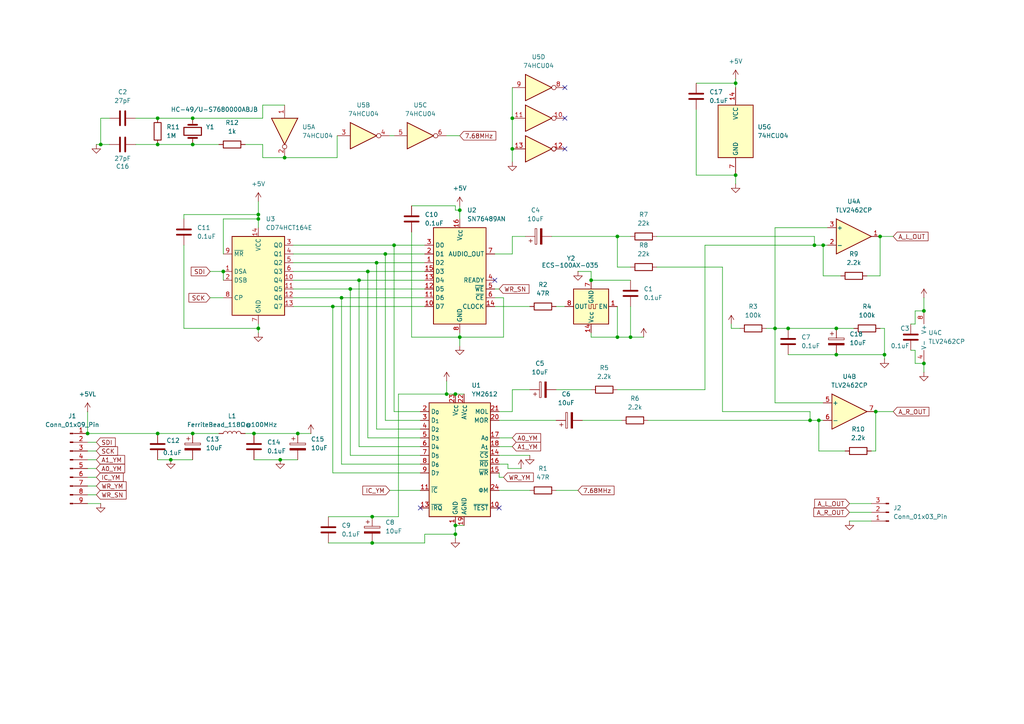
<source format=kicad_sch>
(kicad_sch (version 20250114) (generator "eeschema") (generator_version "9.0")
  (paper "A4")
  (lib_symbols
    (symbol "74xx:74HC04"
      (property "Reference" "U" (at 0 1.27 0))
      (property "Value" "74HC04" (at 0 -1.27 0))
      (symbol "74HC04_1_0"
        (polyline (pts (xy -3.81 3.81) (xy -3.81 -3.81) (xy 3.81 0) (xy -3.81 3.81)) (stroke (width 0.254)) (fill (type background)))
        (pin input line (at -7.62 0 0) (length 3.81) (name "~") (number "1"))
        (pin output inverted (at 7.62 0 180) (length 3.81) (name "~") (number "2"))
      )
      (symbol "74HC04_2_0"
        (polyline (pts (xy -3.81 3.81) (xy -3.81 -3.81) (xy 3.81 0) (xy -3.81 3.81)) (stroke (width 0.254)) (fill (type background)))
        (pin input line (at -7.62 0 0) (length 3.81) (name "~") (number "3"))
        (pin output inverted (at 7.62 0 180) (length 3.81) (name "~") (number "4"))
      )
      (symbol "74HC04_3_0"
        (polyline (pts (xy -3.81 3.81) (xy -3.81 -3.81) (xy 3.81 0) (xy -3.81 3.81)) (stroke (width 0.254)) (fill (type background)))
        (pin input line (at -7.62 0 0) (length 3.81) (name "~") (number "5"))
        (pin output inverted (at 7.62 0 180) (length 3.81) (name "~") (number "6"))
      )
      (symbol "74HC04_4_0"
        (polyline (pts (xy -3.81 3.81) (xy -3.81 -3.81) (xy 3.81 0) (xy -3.81 3.81)) (stroke (width 0.254)) (fill (type background)))
        (pin input line (at -7.62 0 0) (length 3.81) (name "~") (number "9"))
        (pin output inverted (at 7.62 0 180) (length 3.81) (name "~") (number "8"))
      )
      (symbol "74HC04_5_0"
        (polyline (pts (xy -3.81 3.81) (xy -3.81 -3.81) (xy 3.81 0) (xy -3.81 3.81)) (stroke (width 0.254)) (fill (type background)))
        (pin input line (at -7.62 0 0) (length 3.81) (name "~") (number "11"))
        (pin output inverted (at 7.62 0 180) (length 3.81) (name "~") (number "10"))
      )
      (symbol "74HC04_6_0"
        (polyline (pts (xy -3.81 3.81) (xy -3.81 -3.81) (xy 3.81 0) (xy -3.81 3.81)) (stroke (width 0.254)) (fill (type background)))
        (pin input line (at -7.62 0 0) (length 3.81) (name "~") (number "13"))
        (pin output inverted (at 7.62 0 180) (length 3.81) (name "~") (number "12"))
      )
      (symbol "74HC04_7_0"
        (pin power_in line (at 0 12.7 270) (length 5.08) (name "VCC") (number "14"))
        (pin power_in line (at 0 -12.7 90) (length 5.08) (name "GND") (number "7"))
      )
      (symbol "74HC04_7_1"
        (rectangle (start -5.08 7.62) (end 5.08 -7.62) (stroke (width 0.254)) (fill (type background)))
      )
    )
    (symbol "74xx:74HCT164"
      (property "Reference" "U" (at 1.905 -13.97 0))
      (property "Value" "74HCT164" (at 1.905 -16.51 0))
      (symbol "74HCT164_0_1"
        (rectangle (start 7.62 10.16) (end -7.62 -12.7) (stroke (width 0.254)) (fill (type background)))
      )
      (symbol "74HCT164_1_1"
        (pin input line (at -10.16 5.08 0) (length 2.54) (name "~{MR}") (number "9"))
        (pin input line (at -10.16 0 0) (length 2.54) (name "DSA") (number "1"))
        (pin input line (at -10.16 -2.54 0) (length 2.54) (name "DSB") (number "2"))
        (pin input line (at -10.16 -7.62 0) (length 2.54) (name "CP") (number "8"))
        (pin power_in line (at 0 12.7 270) (length 2.54) (name "VCC") (number "14"))
        (pin power_in line (at 0 -15.24 90) (length 2.54) (name "GND") (number "7"))
        (pin output line (at 10.16 7.62 180) (length 2.54) (name "Q0") (number "3"))
        (pin output line (at 10.16 5.08 180) (length 2.54) (name "Q1") (number "4"))
        (pin output line (at 10.16 2.54 180) (length 2.54) (name "Q2") (number "5"))
        (pin output line (at 10.16 0 180) (length 2.54) (name "Q3") (number "6"))
        (pin output line (at 10.16 -2.54 180) (length 2.54) (name "Q4") (number "10"))
        (pin output line (at 10.16 -5.08 180) (length 2.54) (name "Q5") (number "11"))
        (pin output line (at 10.16 -7.62 180) (length 2.54) (name "Q6") (number "12"))
        (pin output line (at 10.16 -10.16 180) (length 2.54) (name "Q7") (number "13"))
      )
    )
    (symbol "Amplifier_Operational:OPA2134" (pin_names (offset 0.127))
      (property "Reference" "U" (at 0 5.08 0))
      (property "Value" "OPA2134" (at 0 -5.08 0))
      (symbol "OPA2134_1_1"
        (polyline (pts (xy -5.08 5.08) (xy 5.08 0) (xy -5.08 -5.08) (xy -5.08 5.08)) (stroke (width 0.254)) (fill (type background)))
        (pin input line (at -7.62 2.54 0) (length 2.54) (name "+") (number "3"))
        (pin input line (at -7.62 -2.54 0) (length 2.54) (name "-") (number "2"))
        (pin output line (at 7.62 0 180) (length 2.54) (name "~") (number "1"))
      )
      (symbol "OPA2134_2_1"
        (polyline (pts (xy -5.08 5.08) (xy 5.08 0) (xy -5.08 -5.08) (xy -5.08 5.08)) (stroke (width 0.254)) (fill (type background)))
        (pin input line (at -7.62 2.54 0) (length 2.54) (name "+") (number "5"))
        (pin input line (at -7.62 -2.54 0) (length 2.54) (name "-") (number "6"))
        (pin output line (at 7.62 0 180) (length 2.54) (name "~") (number "7"))
      )
      (symbol "OPA2134_3_1"
        (pin power_in line (at -2.54 7.62 270) (length 3.81) (name "V+") (number "8"))
        (pin power_in line (at -2.54 -7.62 90) (length 3.81) (name "V-") (number "4"))
      )
    )
    (symbol "Audio:SN76489AN"
      (property "Reference" "U" (at -6.604 16.764 0))
      (property "Value" "SN76489AN" (at 7.112 16.764 0))
      (symbol "SN76489AN_0_0"
        (rectangle (start -7.62 15.24) (end 7.62 -12.7) (stroke (width 0.254)) (fill (type background)))
      )
      (symbol "SN76489AN_1_1"
        (pin input line (at -10.16 10.16 0) (length 2.54) (name "D0") (number "3"))
        (pin input line (at -10.16 7.62 0) (length 2.54) (name "D1") (number "2"))
        (pin input line (at -10.16 5.08 0) (length 2.54) (name "D2") (number "1"))
        (pin input line (at -10.16 2.54 0) (length 2.54) (name "D3") (number "15"))
        (pin input line (at -10.16 0 0) (length 2.54) (name "D4") (number "13"))
        (pin input line (at -10.16 -2.54 0) (length 2.54) (name "D5") (number "12"))
        (pin input line (at -10.16 -5.08 0) (length 2.54) (name "D6") (number "11"))
        (pin input line (at -10.16 -7.62 0) (length 2.54) (name "D7") (number "10"))
        (pin power_in line (at 0 17.78 270) (length 2.54) (name "V_{CC}") (number "16"))
        (pin power_in line (at 0 -15.24 90) (length 2.54) (name "GND") (number "8"))
        (pin output line (at 10.16 7.62 180) (length 2.54) (name "AUDIO_OUT") (number "7"))
        (pin no_connect line (at 10.16 5.08 180) (length 2.54) (hide yes) (name "NC") (number "9"))
        (pin open_collector line (at 10.16 0 180) (length 2.54) (name "READY") (number "4"))
        (pin input line (at 10.16 -2.54 180) (length 2.54) (name "~{WE}") (number "5"))
        (pin input line (at 10.16 -5.08 180) (length 2.54) (name "~{CE}") (number "6"))
        (pin input line (at 10.16 -7.62 180) (length 2.54) (name "CLOCK") (number "14"))
      )
    )
    (symbol "Audio:YM2612"
      (property "Reference" "U" (at -6.604 19.304 0))
      (property "Value" "YM2612" (at 8.382 19.304 0))
      (symbol "YM2612_0_0"
        (rectangle (start -7.62 17.78) (end 10.16 -15.24) (stroke (width 0.254)) (fill (type background)))
      )
      (symbol "YM2612_1_1"
        (pin bidirectional line (at -10.16 15.24 0) (length 2.54) (name "D_{0}") (number "2"))
        (pin bidirectional line (at -10.16 12.7 0) (length 2.54) (name "D_{1}") (number "3"))
        (pin bidirectional line (at -10.16 10.16 0) (length 2.54) (name "D_{2}") (number "4"))
        (pin bidirectional line (at -10.16 7.62 0) (length 2.54) (name "D_{3}") (number "5"))
        (pin bidirectional line (at -10.16 5.08 0) (length 2.54) (name "D_{4}") (number "6"))
        (pin bidirectional line (at -10.16 2.54 0) (length 2.54) (name "D_{5}") (number "7"))
        (pin bidirectional line (at -10.16 0 0) (length 2.54) (name "D_{6}") (number "8"))
        (pin bidirectional line (at -10.16 -2.54 0) (length 2.54) (name "D_{7}") (number "9"))
        (pin input line (at -10.16 -7.62 0) (length 2.54) (name "~{IC}") (number "11"))
        (pin open_collector line (at -10.16 -12.7 0) (length 2.54) (name "~{IRQ}") (number "13"))
        (pin power_in line (at 0 20.32 270) (length 2.54) (name "V_{CC}") (number "23"))
        (pin power_in line (at 0 -17.78 90) (length 2.54) (name "GND") (number "1"))
        (pin passive line (at 0 -17.78 90) (length 2.54) (hide yes) (name "GND") (number "12"))
        (pin power_in line (at 2.54 20.32 270) (length 2.54) (name "AV_{CC}") (number "22"))
        (pin power_in line (at 2.54 -17.78 90) (length 2.54) (name "AGND") (number "19"))
        (pin output line (at 12.7 15.24 180) (length 2.54) (name "MOL") (number "21"))
        (pin output line (at 12.7 12.7 180) (length 2.54) (name "MOR") (number "20"))
        (pin input line (at 12.7 7.62 180) (length 2.54) (name "A_{0}") (number "17"))
        (pin input line (at 12.7 5.08 180) (length 2.54) (name "A_{1}") (number "18"))
        (pin input line (at 12.7 2.54 180) (length 2.54) (name "~{CS}") (number "14"))
        (pin input line (at 12.7 0 180) (length 2.54) (name "~{RD}") (number "16"))
        (pin input line (at 12.7 -2.54 180) (length 2.54) (name "~{WR}") (number "15"))
        (pin input line (at 12.7 -7.62 180) (length 2.54) (name "ΦM") (number "24"))
        (pin bidirectional line (at 12.7 -12.7 180) (length 2.54) (name "~{TEST}") (number "10"))
      )
    )
    (symbol "Connector:Conn_01x03_Pin" (pin_names (offset 1.016) (hide yes))
      (property "Reference" "J" (at 0 5.08 0))
      (property "Value" "Conn_01x03_Pin" (at 0 -5.08 0))
      (symbol "Conn_01x03_Pin_1_1"
        (rectangle (start 0.8636 2.667) (end 0 2.413) (stroke (width 0.1524)) (fill (type outline)))
        (rectangle (start 0.8636 0.127) (end 0 -0.127) (stroke (width 0.1524)) (fill (type outline)))
        (rectangle (start 0.8636 -2.413) (end 0 -2.667) (stroke (width 0.1524)) (fill (type outline)))
        (polyline (pts (xy 1.27 2.54) (xy 0.8636 2.54)) (stroke (width 0.1524)))
        (polyline (pts (xy 1.27 0) (xy 0.8636 0)) (stroke (width 0.1524)))
        (polyline (pts (xy 1.27 -2.54) (xy 0.8636 -2.54)) (stroke (width 0.1524)))
        (pin passive line (at 5.08 2.54 180) (length 3.81) (name "Pin_1") (number "1"))
        (pin passive line (at 5.08 0 180) (length 3.81) (name "Pin_2") (number "2"))
        (pin passive line (at 5.08 -2.54 180) (length 3.81) (name "Pin_3") (number "3"))
      )
    )
    (symbol "Connector:Conn_01x09_Pin" (pin_names (offset 1.016) (hide yes))
      (property "Reference" "J" (at 0 12.7 0))
      (property "Value" "Conn_01x09_Pin" (at 0 -12.7 0))
      (symbol "Conn_01x09_Pin_1_1"
        (rectangle (start 0.8636 10.287) (end 0 10.033) (stroke (width 0.1524)) (fill (type outline)))
        (rectangle (start 0.8636 7.747) (end 0 7.493) (stroke (width 0.1524)) (fill (type outline)))
        (rectangle (start 0.8636 5.207) (end 0 4.953) (stroke (width 0.1524)) (fill (type outline)))
        (rectangle (start 0.8636 2.667) (end 0 2.413) (stroke (width 0.1524)) (fill (type outline)))
        (rectangle (start 0.8636 0.127) (end 0 -0.127) (stroke (width 0.1524)) (fill (type outline)))
        (rectangle (start 0.8636 -2.413) (end 0 -2.667) (stroke (width 0.1524)) (fill (type outline)))
        (rectangle (start 0.8636 -4.953) (end 0 -5.207) (stroke (width 0.1524)) (fill (type outline)))
        (rectangle (start 0.8636 -7.493) (end 0 -7.747) (stroke (width 0.1524)) (fill (type outline)))
        (rectangle (start 0.8636 -10.033) (end 0 -10.287) (stroke (width 0.1524)) (fill (type outline)))
        (polyline (pts (xy 1.27 10.16) (xy 0.8636 10.16)) (stroke (width 0.1524)))
        (polyline (pts (xy 1.27 7.62) (xy 0.8636 7.62)) (stroke (width 0.1524)))
        (polyline (pts (xy 1.27 5.08) (xy 0.8636 5.08)) (stroke (width 0.1524)))
        (polyline (pts (xy 1.27 2.54) (xy 0.8636 2.54)) (stroke (width 0.1524)))
        (polyline (pts (xy 1.27 0) (xy 0.8636 0)) (stroke (width 0.1524)))
        (polyline (pts (xy 1.27 -2.54) (xy 0.8636 -2.54)) (stroke (width 0.1524)))
        (polyline (pts (xy 1.27 -5.08) (xy 0.8636 -5.08)) (stroke (width 0.1524)))
        (polyline (pts (xy 1.27 -7.62) (xy 0.8636 -7.62)) (stroke (width 0.1524)))
        (polyline (pts (xy 1.27 -10.16) (xy 0.8636 -10.16)) (stroke (width 0.1524)))
        (pin passive line (at 5.08 10.16 180) (length 3.81) (name "Pin_1") (number "1"))
        (pin passive line (at 5.08 7.62 180) (length 3.81) (name "Pin_2") (number "2"))
        (pin passive line (at 5.08 5.08 180) (length 3.81) (name "Pin_3") (number "3"))
        (pin passive line (at 5.08 2.54 180) (length 3.81) (name "Pin_4") (number "4"))
        (pin passive line (at 5.08 0 180) (length 3.81) (name "Pin_5") (number "5"))
        (pin passive line (at 5.08 -2.54 180) (length 3.81) (name "Pin_6") (number "6"))
        (pin passive line (at 5.08 -5.08 180) (length 3.81) (name "Pin_7") (number "7"))
        (pin passive line (at 5.08 -7.62 180) (length 3.81) (name "Pin_8") (number "8"))
        (pin passive line (at 5.08 -10.16 180) (length 3.81) (name "Pin_9") (number "9"))
      )
    )
    (symbol "Device:C" (pin_numbers (hide yes)) (pin_names (offset 0.254))
      (property "Reference" "C" (at 0.635 2.54 0))
      (property "Value" "C" (at 0.635 -2.54 0))
      (symbol "C_0_1"
        (polyline (pts (xy -2.032 0.762) (xy 2.032 0.762)) (stroke (width 0.508)))
        (polyline (pts (xy -2.032 -0.762) (xy 2.032 -0.762)) (stroke (width 0.508)))
      )
      (symbol "C_1_1"
        (pin passive line (at 0 3.81 270) (length 2.794) (name "~") (number "1"))
        (pin passive line (at 0 -3.81 90) (length 2.794) (name "~") (number "2"))
      )
    )
    (symbol "Device:C_Polarized" (pin_numbers (hide yes)) (pin_names (offset 0.254))
      (property "Reference" "C" (at 0.635 2.54 0))
      (property "Value" "C_Polarized" (at 0.635 -2.54 0))
      (symbol "C_Polarized_0_1"
        (rectangle (start -2.286 0.508) (end 2.286 1.016))
        (polyline (pts (xy -1.778 2.286) (xy -0.762 2.286)))
        (polyline (pts (xy -1.27 2.794) (xy -1.27 1.778)))
        (rectangle (start 2.286 -0.508) (end -2.286 -1.016) (fill (type outline)))
      )
      (symbol "C_Polarized_1_1"
        (pin passive line (at 0 3.81 270) (length 2.794) (name "~") (number "1"))
        (pin passive line (at 0 -3.81 90) (length 2.794) (name "~") (number "2"))
      )
    )
    (symbol "Device:Crystal" (pin_numbers (hide yes)) (pin_names (offset 1.016) (hide yes))
      (property "Reference" "Y" (at 0 3.81 0))
      (property "Value" "Crystal" (at 0 -3.81 0))
      (symbol "Crystal_0_1"
        (polyline (pts (xy -2.54 0) (xy -1.905 0)))
        (polyline (pts (xy -1.905 -1.27) (xy -1.905 1.27)) (stroke (width 0.508)))
        (rectangle (start -1.143 2.54) (end 1.143 -2.54) (stroke (width 0.3048)))
        (polyline (pts (xy 1.905 -1.27) (xy 1.905 1.27)) (stroke (width 0.508)))
        (polyline (pts (xy 2.54 0) (xy 1.905 0)))
      )
      (symbol "Crystal_1_1"
        (pin passive line (at -3.81 0 0) (length 1.27) (name "1") (number "1"))
        (pin passive line (at 3.81 0 180) (length 1.27) (name "2") (number "2"))
      )
    )
    (symbol "Device:L" (pin_numbers (hide yes)) (pin_names (offset 1.016) (hide yes))
      (property "Reference" "L" (at -1.27 0 90))
      (property "Value" "L" (at 1.905 0 90))
      (symbol "L_0_1"
        (arc (start 0 2.54) (mid 0.6323 1.905) (end 0 1.27))
        (arc (start 0 1.27) (mid 0.6323 0.635) (end 0 0))
        (arc (start 0 0) (mid 0.6323 -0.635) (end 0 -1.27))
        (arc (start 0 -1.27) (mid 0.6323 -1.905) (end 0 -2.54))
      )
      (symbol "L_1_1"
        (pin passive line (at 0 3.81 270) (length 1.27) (name "1") (number "1"))
        (pin passive line (at 0 -3.81 90) (length 1.27) (name "2") (number "2"))
      )
    )
    (symbol "Device:R" (pin_numbers (hide yes)) (pin_names (offset 0))
      (property "Reference" "R" (at 2.032 0 90))
      (property "Value" "R" (at 0 0 90))
      (symbol "R_0_1"
        (rectangle (start -1.016 -2.54) (end 1.016 2.54) (stroke (width 0.254)))
      )
      (symbol "R_1_1"
        (pin passive line (at 0 3.81 270) (length 1.27) (name "~") (number "1"))
        (pin passive line (at 0 -3.81 90) (length 1.27) (name "~") (number "2"))
      )
    )
    (symbol "Oscillator:CXO_DIP14" (pin_names (offset 0.254))
      (property "Reference" "Y" (at -5.08 6.35 0))
      (property "Value" "CXO_DIP14" (at 1.27 -6.35 0))
      (symbol "CXO_DIP14_0_1"
        (rectangle (start -5.08 5.08) (end 5.08 -5.08) (stroke (width 0.254)) (fill (type background)))
        (polyline (pts (xy -1.905 -0.635) (xy -1.27 -0.635) (xy -1.27 0.635) (xy -0.635 0.635) (xy -0.635 -0.635) (xy 0 -0.635) (xy 0 0.635) (xy 0.635 0.635) (xy 0.635 -0.635)))
      )
      (symbol "CXO_DIP14_1_1"
        (pin input line (at -7.62 0 0) (length 2.54) (name "EN") (number "1"))
        (pin power_in line (at 0 7.62 270) (length 2.54) (name "Vcc") (number "14"))
        (pin power_in line (at 0 -7.62 90) (length 2.54) (name "GND") (number "7"))
        (pin output line (at 7.62 0 180) (length 2.54) (name "OUT") (number "8"))
      )
    )
    (symbol "power:+5V" (power) (pin_numbers (hide yes)) (pin_names (offset 0) (hide yes))
      (property "Value" "+5V" (at 0 3.556 0))
      (symbol "+5V_0_1"
        (polyline (pts (xy -0.762 1.27) (xy 0 2.54)))
        (polyline (pts (xy 0 2.54) (xy 0.762 1.27)))
        (polyline (pts (xy 0 0) (xy 0 2.54)))
      )
      (symbol "+5V_1_1"
        (pin power_in line (at 0 0 90) (length 0) (name "~") (number "1"))
      )
    )
    (symbol "power:+5VL" (power) (pin_numbers (hide yes)) (pin_names (offset 0) (hide yes))
      (property "Value" "+5VL" (at 0 3.556 0))
      (symbol "+5VL_0_1"
        (polyline (pts (xy -0.762 1.27) (xy 0 2.54)))
        (polyline (pts (xy 0 2.54) (xy 0.762 1.27)))
        (polyline (pts (xy 0 0) (xy 0 2.54)))
      )
      (symbol "+5VL_1_1"
        (pin power_in line (at 0 0 90) (length 0) (name "~") (number "1"))
      )
    )
    (symbol "power:GND" (power) (pin_numbers (hide yes)) (pin_names (offset 0) (hide yes))
      (property "Value" "GND" (at 0 -3.81 0))
      (symbol "GND_0_1"
        (polyline (pts (xy 0 0) (xy 0 -1.27) (xy 1.27 -1.27) (xy 0 -2.54) (xy -1.27 -1.27) (xy 0 -1.27)))
      )
      (symbol "GND_1_1"
        (pin power_in line (at 0 0 270) (length 0) (name "~") (number "1"))
      )
    )
  )
  (junction (at 213.36 50.8))
  (junction (at 234.95 121.92))
  (junction (at 74.93 62.23))
  (junction (at 182.88 97.79))
  (junction (at 25.4 125.73))
  (junction (at 171.45 81.28))
  (junction (at 45.72 41.91))
  (junction (at 213.36 24.13))
  (junction (at 242.57 95.25))
  (junction (at 86.36 125.73))
  (junction (at 45.72 125.73))
  (junction (at 107.95 149.86))
  (junction (at 254 119.38))
  (junction (at 45.72 34.29))
  (junction (at 74.93 95.25))
  (junction (at 55.88 125.73))
  (junction (at 224.79 95.25))
  (junction (at 73.66 125.73))
  (junction (at 101.6 83.82))
  (junction (at 96.52 88.9))
  (junction (at 255.27 68.58))
  (junction (at 148.59 43.18))
  (junction (at 267.97 105.41))
  (junction (at 55.88 41.91))
  (junction (at 148.59 34.29))
  (junction (at 82.55 45.72))
  (junction (at 109.22 76.2))
  (junction (at 237.49 121.92))
  (junction (at 29.21 41.91))
  (junction (at 133.35 97.79))
  (junction (at 99.06 86.36))
  (junction (at 179.07 97.79))
  (junction (at 55.88 34.29))
  (junction (at 179.07 68.58))
  (junction (at 64.77 78.74))
  (junction (at 81.28 133.35))
  (junction (at 107.95 157.48))
  (junction (at 114.3 71.12))
  (junction (at 49.53 133.35))
  (junction (at 236.22 71.12))
  (junction (at 132.08 152.4))
  (junction (at 74.93 63.5))
  (junction (at 133.35 60.96))
  (junction (at 111.76 73.66))
  (junction (at 238.76 71.12))
  (junction (at 132.08 154.94))
  (junction (at 129.54 114.3))
  (junction (at 256.54 102.87))
  (junction (at 267.97 90.17))
  (junction (at 242.57 102.87))
  (junction (at 132.08 114.3))
  (junction (at 228.6 95.25))
  (junction (at 106.68 78.74))
  (junction (at 104.14 81.28))
  (no_connect (at 163.83 25.4))
  (no_connect (at 144.78 147.32))
  (no_connect (at 163.83 43.18))
  (no_connect (at 121.92 147.32))
  (no_connect (at 143.51 81.28))
  (no_connect (at 163.83 34.29))
  (wire (pts (xy 121.92 134.62) (xy 99.06 134.62)))
  (wire (pts (xy 214.63 95.25) (xy 212.09 95.25)))
  (wire (pts (xy 147.32 135.89) (xy 147.32 134.62)))
  (wire (pts (xy 121.92 119.38) (xy 114.3 119.38)))
  (wire (pts (xy 237.49 121.92) (xy 238.76 121.92)))
  (wire (pts (xy 74.93 62.23) (xy 74.93 63.5)))
  (wire (pts (xy 99.06 86.36) (xy 123.19 86.36)))
  (wire (pts (xy 238.76 80.01) (xy 238.76 71.12)))
  (wire (pts (xy 252.73 130.81) (xy 254 130.81)))
  (wire (pts (xy 132.08 59.69) (xy 132.08 60.96)))
  (wire (pts (xy 45.72 133.35) (xy 49.53 133.35)))
  (wire (pts (xy 234.95 119.38) (xy 234.95 121.92)))
  (wire (pts (xy 96.52 88.9) (xy 96.52 137.16)))
  (wire (pts (xy 63.5 41.91) (xy 55.88 41.91)))
  (wire (pts (xy 99.06 86.36) (xy 99.06 134.62)))
  (wire (pts (xy 25.4 146.05) (xy 29.21 146.05)))
  (wire (pts (xy 144.78 121.92) (xy 161.29 121.92)))
  (wire (pts (xy 236.22 71.12) (xy 238.76 71.12)))
  (wire (pts (xy 251.46 80.01) (xy 255.27 80.01)))
  (wire (pts (xy 237.49 130.81) (xy 237.49 121.92)))
  (wire (pts (xy 101.6 83.82) (xy 123.19 83.82)))
  (wire (pts (xy 255.27 68.58) (xy 259.08 68.58)))
  (wire (pts (xy 101.6 132.08) (xy 101.6 83.82)))
  (wire (pts (xy 85.09 76.2) (xy 109.22 76.2)))
  (wire (pts (xy 238.76 71.12) (xy 240.03 71.12)))
  (wire (pts (xy 209.55 119.38) (xy 234.95 119.38)))
  (wire (pts (xy 25.4 119.38) (xy 25.4 125.73)))
  (wire (pts (xy 97.79 45.72) (xy 82.55 45.72)))
  (wire (pts (xy 107.95 157.48) (xy 123.19 157.48)))
  (wire (pts (xy 53.34 95.25) (xy 74.93 95.25)))
  (wire (pts (xy 64.77 63.5) (xy 74.93 63.5)))
  (wire (pts (xy 119.38 97.79) (xy 133.35 97.79)))
  (wire (pts (xy 49.53 133.35) (xy 55.88 133.35)))
  (wire (pts (xy 95.25 149.86) (xy 107.95 149.86)))
  (wire (pts (xy 256.54 95.25) (xy 256.54 102.87)))
  (wire (pts (xy 265.43 90.17) (xy 265.43 93.98)))
  (wire (pts (xy 179.07 68.58) (xy 179.07 77.47)))
  (wire (pts (xy 212.09 95.25) (xy 212.09 93.98)))
  (wire (pts (xy 236.22 68.58) (xy 236.22 71.12)))
  (wire (pts (xy 147.32 134.62) (xy 144.78 134.62)))
  (wire (pts (xy 119.38 59.69) (xy 132.08 59.69)))
  (wire (pts (xy 148.59 68.58) (xy 152.4 68.58)))
  (wire (pts (xy 204.47 113.03) (xy 204.47 71.12)))
  (wire (pts (xy 39.37 41.91) (xy 45.72 41.91)))
  (wire (pts (xy 182.88 77.47) (xy 179.07 77.47)))
  (wire (pts (xy 254 119.38) (xy 259.08 119.38)))
  (wire (pts (xy 76.2 34.29) (xy 55.88 34.29)))
  (wire (pts (xy 161.29 142.24) (xy 167.64 142.24)))
  (wire (pts (xy 179.07 68.58) (xy 182.88 68.58)))
  (wire (pts (xy 132.08 152.4) (xy 132.08 154.94)))
  (wire (pts (xy 267.97 105.41) (xy 267.97 107.95)))
  (wire (pts (xy 204.47 71.12) (xy 236.22 71.12)))
  (wire (pts (xy 255.27 80.01) (xy 255.27 68.58)))
  (wire (pts (xy 119.38 67.31) (xy 119.38 97.79)))
  (wire (pts (xy 85.09 86.36) (xy 99.06 86.36)))
  (wire (pts (xy 97.79 39.37) (xy 97.79 45.72)))
  (wire (pts (xy 133.35 96.52) (xy 133.35 97.79)))
  (wire (pts (xy 111.76 121.92) (xy 111.76 73.66)))
  (wire (pts (xy 146.05 86.36) (xy 146.05 97.79)))
  (wire (pts (xy 123.19 154.94) (xy 132.08 154.94)))
  (wire (pts (xy 129.54 114.3) (xy 129.54 110.49)))
  (wire (pts (xy 25.4 135.89) (xy 27.94 135.89)))
  (wire (pts (xy 39.37 34.29) (xy 45.72 34.29)))
  (wire (pts (xy 104.14 129.54) (xy 104.14 81.28)))
  (wire (pts (xy 213.36 22.86) (xy 213.36 24.13)))
  (wire (pts (xy 106.68 78.74) (xy 123.19 78.74)))
  (wire (pts (xy 264.16 101.6) (xy 265.43 101.6)))
  (wire (pts (xy 224.79 66.04) (xy 224.79 95.25)))
  (wire (pts (xy 121.92 121.92) (xy 111.76 121.92)))
  (wire (pts (xy 113.03 39.37) (xy 114.3 39.37)))
  (wire (pts (xy 228.6 95.25) (xy 242.57 95.25)))
  (wire (pts (xy 133.35 97.79) (xy 133.35 100.33)))
  (wire (pts (xy 222.25 95.25) (xy 224.79 95.25)))
  (wire (pts (xy 85.09 83.82) (xy 101.6 83.82)))
  (wire (pts (xy 224.79 95.25) (xy 228.6 95.25)))
  (wire (pts (xy 74.93 58.42) (xy 74.93 62.23)))
  (wire (pts (xy 143.51 73.66) (xy 148.59 73.66)))
  (wire (pts (xy 190.5 77.47) (xy 209.55 77.47)))
  (wire (pts (xy 171.45 78.74) (xy 171.45 81.28)))
  (wire (pts (xy 147.32 135.89) (xy 151.13 135.89)))
  (wire (pts (xy 133.35 60.96) (xy 133.35 63.5)))
  (wire (pts (xy 86.36 125.73) (xy 90.17 125.73)))
  (wire (pts (xy 168.91 121.92) (xy 180.34 121.92)))
  (wire (pts (xy 245.11 130.81) (xy 237.49 130.81)))
  (wire (pts (xy 201.93 50.8) (xy 213.36 50.8)))
  (wire (pts (xy 254 119.38) (xy 254 130.81)))
  (wire (pts (xy 60.96 86.36) (xy 64.77 86.36)))
  (wire (pts (xy 209.55 77.47) (xy 209.55 119.38)))
  (wire (pts (xy 111.76 73.66) (xy 123.19 73.66)))
  (wire (pts (xy 171.45 97.79) (xy 179.07 97.79)))
  (wire (pts (xy 85.09 71.12) (xy 114.3 71.12)))
  (wire (pts (xy 45.72 34.29) (xy 55.88 34.29)))
  (wire (pts (xy 121.92 127) (xy 106.68 127)))
  (wire (pts (xy 144.78 119.38) (xy 148.59 119.38)))
  (wire (pts (xy 85.09 73.66) (xy 111.76 73.66)))
  (wire (pts (xy 29.21 34.29) (xy 29.21 41.91)))
  (wire (pts (xy 25.4 125.73) (xy 45.72 125.73)))
  (wire (pts (xy 53.34 62.23) (xy 74.93 62.23)))
  (wire (pts (xy 107.95 149.86) (xy 115.57 149.86)))
  (wire (pts (xy 179.07 88.9) (xy 179.07 97.79)))
  (wire (pts (xy 74.93 95.25) (xy 74.93 96.52)))
  (wire (pts (xy 45.72 125.73) (xy 55.88 125.73)))
  (wire (pts (xy 53.34 71.12) (xy 53.34 95.25)))
  (wire (pts (xy 25.4 143.51) (xy 27.94 143.51)))
  (wire (pts (xy 55.88 125.73) (xy 63.5 125.73)))
  (wire (pts (xy 213.36 50.8) (xy 213.36 53.34)))
  (wire (pts (xy 132.08 60.96) (xy 133.35 60.96)))
  (wire (pts (xy 182.88 88.9) (xy 182.88 97.79)))
  (wire (pts (xy 234.95 121.92) (xy 237.49 121.92)))
  (wire (pts (xy 187.96 121.92) (xy 234.95 121.92)))
  (wire (pts (xy 179.07 97.79) (xy 182.88 97.79)))
  (wire (pts (xy 95.25 157.48) (xy 107.95 157.48)))
  (wire (pts (xy 115.57 149.86) (xy 115.57 114.3)))
  (wire (pts (xy 76.2 41.91) (xy 71.12 41.91)))
  (wire (pts (xy 132.08 114.3) (xy 134.62 114.3)))
  (wire (pts (xy 148.59 43.18) (xy 148.59 46.99)))
  (wire (pts (xy 144.78 127) (xy 148.59 127)))
  (wire (pts (xy 27.94 41.91) (xy 29.21 41.91)))
  (wire (pts (xy 265.43 90.17) (xy 267.97 90.17)))
  (wire (pts (xy 144.78 138.43) (xy 146.05 138.43)))
  (wire (pts (xy 160.02 68.58) (xy 179.07 68.58)))
  (wire (pts (xy 76.2 45.72) (xy 76.2 41.91)))
  (wire (pts (xy 82.55 45.72) (xy 76.2 45.72)))
  (wire (pts (xy 73.66 133.35) (xy 81.28 133.35)))
  (wire (pts (xy 161.29 113.03) (xy 171.45 113.03)))
  (wire (pts (xy 114.3 71.12) (xy 123.19 71.12)))
  (wire (pts (xy 76.2 30.48) (xy 82.55 30.48)))
  (wire (pts (xy 73.66 125.73) (xy 86.36 125.73)))
  (wire (pts (xy 265.43 93.98) (xy 264.16 93.98)))
  (wire (pts (xy 74.93 63.5) (xy 74.93 66.04)))
  (wire (pts (xy 148.59 25.4) (xy 148.59 34.29)))
  (wire (pts (xy 243.84 80.01) (xy 238.76 80.01)))
  (wire (pts (xy 148.59 34.29) (xy 148.59 43.18)))
  (wire (pts (xy 171.45 81.28) (xy 182.88 81.28)))
  (wire (pts (xy 25.4 140.97) (xy 27.94 140.97)))
  (wire (pts (xy 267.97 86.36) (xy 267.97 90.17)))
  (wire (pts (xy 76.2 30.48) (xy 76.2 34.29)))
  (wire (pts (xy 132.08 114.3) (xy 129.54 114.3)))
  (wire (pts (xy 148.59 119.38) (xy 148.59 113.03)))
  (wire (pts (xy 228.6 102.87) (xy 242.57 102.87)))
  (wire (pts (xy 148.59 73.66) (xy 148.59 68.58)))
  (wire (pts (xy 246.38 151.13) (xy 252.73 151.13)))
  (wire (pts (xy 121.92 137.16) (xy 96.52 137.16)))
  (wire (pts (xy 242.57 102.87) (xy 256.54 102.87)))
  (wire (pts (xy 121.92 129.54) (xy 104.14 129.54)))
  (wire (pts (xy 143.51 86.36) (xy 146.05 86.36)))
  (wire (pts (xy 148.59 113.03) (xy 153.67 113.03)))
  (wire (pts (xy 246.38 148.59) (xy 252.73 148.59)))
  (wire (pts (xy 74.93 93.98) (xy 74.93 95.25)))
  (wire (pts (xy 143.51 88.9) (xy 153.67 88.9)))
  (wire (pts (xy 240.03 66.04) (xy 224.79 66.04)))
  (wire (pts (xy 81.28 133.35) (xy 86.36 133.35)))
  (wire (pts (xy 64.77 73.66) (xy 64.77 63.5)))
  (wire (pts (xy 71.12 125.73) (xy 73.66 125.73)))
  (wire (pts (xy 182.88 97.79) (xy 186.69 97.79)))
  (wire (pts (xy 109.22 76.2) (xy 123.19 76.2)))
  (wire (pts (xy 143.51 83.82) (xy 144.78 83.82)))
  (wire (pts (xy 129.54 39.37) (xy 133.35 39.37)))
  (wire (pts (xy 242.57 95.25) (xy 247.65 95.25)))
  (wire (pts (xy 161.29 88.9) (xy 163.83 88.9)))
  (wire (pts (xy 25.4 138.43) (xy 27.94 138.43)))
  (wire (pts (xy 45.72 41.91) (xy 55.88 41.91)))
  (wire (pts (xy 238.76 116.84) (xy 224.79 116.84)))
  (wire (pts (xy 25.4 133.35) (xy 27.94 133.35)))
  (wire (pts (xy 224.79 116.84) (xy 224.79 95.25)))
  (wire (pts (xy 85.09 81.28) (xy 104.14 81.28)))
  (wire (pts (xy 201.93 31.75) (xy 201.93 50.8)))
  (wire (pts (xy 123.19 157.48) (xy 123.19 154.94)))
  (wire (pts (xy 31.75 34.29) (xy 29.21 34.29)))
  (wire (pts (xy 132.08 154.94) (xy 132.08 156.21)))
  (wire (pts (xy 53.34 62.23) (xy 53.34 63.5)))
  (wire (pts (xy 25.4 130.81) (xy 27.94 130.81)))
  (wire (pts (xy 29.21 41.91) (xy 31.75 41.91)))
  (wire (pts (xy 64.77 78.74) (xy 64.77 81.28)))
  (wire (pts (xy 171.45 96.52) (xy 171.45 97.79)))
  (wire (pts (xy 109.22 124.46) (xy 109.22 76.2)))
  (wire (pts (xy 121.92 132.08) (xy 101.6 132.08)))
  (wire (pts (xy 256.54 102.87) (xy 256.54 104.14)))
  (wire (pts (xy 104.14 81.28) (xy 123.19 81.28)))
  (wire (pts (xy 146.05 97.79) (xy 133.35 97.79)))
  (wire (pts (xy 265.43 105.41) (xy 267.97 105.41)))
  (wire (pts (xy 256.54 95.25) (xy 255.27 95.25)))
  (wire (pts (xy 144.78 129.54) (xy 148.59 129.54)))
  (wire (pts (xy 60.96 78.74) (xy 64.77 78.74)))
  (wire (pts (xy 114.3 119.38) (xy 114.3 71.12)))
  (wire (pts (xy 265.43 101.6) (xy 265.43 105.41)))
  (wire (pts (xy 96.52 88.9) (xy 123.19 88.9)))
  (wire (pts (xy 85.09 88.9) (xy 96.52 88.9)))
  (wire (pts (xy 106.68 127) (xy 106.68 78.74)))
  (wire (pts (xy 144.78 142.24) (xy 153.67 142.24)))
  (wire (pts (xy 115.57 114.3) (xy 129.54 114.3)))
  (wire (pts (xy 201.93 24.13) (xy 213.36 24.13)))
  (wire (pts (xy 144.78 132.08) (xy 153.67 132.08)))
  (wire (pts (xy 85.09 78.74) (xy 106.68 78.74)))
  (wire (pts (xy 25.4 128.27) (xy 27.94 128.27)))
  (wire (pts (xy 190.5 68.58) (xy 236.22 68.58)))
  (wire (pts (xy 213.36 24.13) (xy 213.36 25.4)))
  (wire (pts (xy 144.78 137.16) (xy 144.78 138.43)))
  (wire (pts (xy 113.03 142.24) (xy 121.92 142.24)))
  (wire (pts (xy 167.64 78.74) (xy 171.45 78.74)))
  (wire (pts (xy 246.38 146.05) (xy 252.73 146.05)))
  (wire (pts (xy 179.07 113.03) (xy 204.47 113.03)))
  (wire (pts (xy 133.35 59.69) (xy 133.35 60.96)))
  (wire (pts (xy 132.08 152.4) (xy 134.62 152.4)))
  (wire (pts (xy 121.92 124.46) (xy 109.22 124.46)))
  (global_label "A_L_OUT" (shape input) (at 246.38 146.05 180) (property "Intersheetrefs" "${INTERSHEET_REFS}" (effects (hide yes))))
  (global_label "SDI" (shape input) (at 27.94 128.27 0) (property "Intersheetrefs" "${INTERSHEET_REFS}" (effects (hide yes))))
  (global_label "WR_SN" (shape input) (at 27.94 143.51 0) (property "Intersheetrefs" "${INTERSHEET_REFS}" (effects (hide yes))))
  (global_label "A_R_OUT" (shape input) (at 246.38 148.59 180) (property "Intersheetrefs" "${INTERSHEET_REFS}" (effects (hide yes))))
  (global_label "SCK" (shape input) (at 60.96 86.36 180) (property "Intersheetrefs" "${INTERSHEET_REFS}" (effects (hide yes))))
  (global_label "7.68MHz" (shape input) (at 167.64 142.24 0) (property "Intersheetrefs" "${INTERSHEET_REFS}" (effects (hide yes))))
  (global_label "WR_YM" (shape input) (at 146.05 138.43 0) (property "Intersheetrefs" "${INTERSHEET_REFS}" (effects (hide yes))))
  (global_label "IC_YM" (shape input) (at 113.03 142.24 180) (property "Intersheetrefs" "${INTERSHEET_REFS}" (effects (hide yes))))
  (global_label "WR_SN" (shape input) (at 144.78 83.82 0) (property "Intersheetrefs" "${INTERSHEET_REFS}" (effects (hide yes))))
  (global_label "WR_YM" (shape input) (at 27.94 140.97 0) (property "Intersheetrefs" "${INTERSHEET_REFS}" (effects (hide yes))))
  (global_label "A1_YM" (shape input) (at 148.59 129.54 0) (property "Intersheetrefs" "${INTERSHEET_REFS}" (effects (hide yes))))
  (global_label "SCK" (shape input) (at 27.94 130.81 0) (property "Intersheetrefs" "${INTERSHEET_REFS}" (effects (hide yes))))
  (global_label "A0_YM" (shape input) (at 148.59 127 0) (property "Intersheetrefs" "${INTERSHEET_REFS}" (effects (hide yes))))
  (global_label "IC_YM" (shape input) (at 27.94 138.43 0) (property "Intersheetrefs" "${INTERSHEET_REFS}" (effects (hide yes))))
  (global_label "A_L_OUT" (shape input) (at 259.08 68.58 0) (property "Intersheetrefs" "${INTERSHEET_REFS}" (effects (hide yes))))
  (global_label "SDI" (shape input) (at 60.96 78.74 180) (property "Intersheetrefs" "${INTERSHEET_REFS}" (effects (hide yes))))
  (global_label "7.68MHz" (shape input) (at 133.35 39.37 0) (property "Intersheetrefs" "${INTERSHEET_REFS}" (effects (hide yes))))
  (global_label "A0_YM" (shape input) (at 27.94 135.89 0) (property "Intersheetrefs" "${INTERSHEET_REFS}" (effects (hide yes))))
  (global_label "A_R_OUT" (shape input) (at 259.08 119.38 0) (property "Intersheetrefs" "${INTERSHEET_REFS}" (effects (hide yes))))
  (global_label "A1_YM" (shape input) (at 27.94 133.35 0) (property "Intersheetrefs" "${INTERSHEET_REFS}" (effects (hide yes))))
  (symbol (lib_id "Device:C") (at 264.16 97.79 0) (unit 1)
    (property "Reference" "C3" (at 261.112 95.25 0) (effects (justify left)))
    (property "Value" "0.1uF" (at 258.318 100.33 0) (effects (justify left)))
    (property "Footprint" "Capacitor_THT:C_Disc_D3.0mm_W1.6mm_P2.50mm" (effects (hide yes)))
    (property "Description" "Unpolarized capacitor" (effects (hide yes)))
  )
  (symbol (lib_id "power:+5V") (at 267.97 86.36 0) (unit 1)
    (property "Reference" "#PWR05" (effects (hide yes)))
    (property "Value" "+5V" (effects (hide yes)))
    (property "Description" "Power symbol creates a global label with name \"+5V\"" (effects (hide yes)))
  )
  (symbol (lib_id "power:+5VL") (at 25.4 119.38 0) (unit 1)
    (property "Reference" "#PWR024" (effects (hide yes)))
    (property "Value" "+5VL" (at 25.4 114.3 0))
    (property "Description" "Power symbol creates a global label with name \"+5VL\"" (effects (hide yes)))
  )
  (symbol (lib_id "Device:R") (at 157.48 88.9 90) (unit 1)
    (property "Reference" "R2" (at 157.48 82.55 90))
    (property "Value" "47R" (at 157.48 85.09 90))
    (property "Footprint" "Resistor_THT:R_Axial_DIN0207_L6.3mm_D2.5mm_P7.62mm_Horizontal" (effects (hide yes)))
    (property "Description" "Resistor" (effects (hide yes)))
  )
  (symbol (lib_id "Device:R") (at 247.65 80.01 90) (unit 1)
    (property "Reference" "R9" (at 247.65 73.66 90))
    (property "Value" "2.2k" (at 247.65 76.2 90))
    (property "Footprint" "Resistor_THT:R_Axial_DIN0207_L6.3mm_D2.5mm_P7.62mm_Horizontal" (effects (hide yes)))
    (property "Description" "Resistor" (effects (hide yes)))
  )
  (symbol (lib_id "power:+5V") (at 186.69 97.79 0) (unit 1)
    (property "Reference" "#PWR04" (effects (hide yes)))
    (property "Value" "+5V" (effects (hide yes)))
    (property "Description" "Power symbol creates a global label with name \"+5V\"" (effects (hide yes)))
  )
  (symbol (lib_id "Device:R") (at 157.48 142.24 90) (unit 1)
    (property "Reference" "R1" (at 157.48 135.89 90))
    (property "Value" "47R" (at 157.48 138.43 90))
    (property "Footprint" "Resistor_THT:R_Axial_DIN0207_L6.3mm_D2.5mm_P7.62mm_Horizontal" (effects (hide yes)))
    (property "Description" "Resistor" (effects (hide yes)))
  )
  (symbol (lib_id "Device:R") (at 251.46 95.25 90) (unit 1)
    (property "Reference" "R4" (at 251.46 88.9 90))
    (property "Value" "100k" (at 251.46 91.44 90))
    (property "Footprint" "Resistor_THT:R_Axial_DIN0207_L6.3mm_D2.5mm_P7.62mm_Horizontal" (effects (hide yes)))
    (property "Description" "Resistor" (effects (hide yes)))
  )
  (symbol (lib_id "74xx:74HC04") (at 213.36 38.1 0) (unit 7)
    (property "Reference" "U5" (at 219.71 36.8299 0) (effects (justify left)))
    (property "Value" "74HCU04" (at 219.71 39.3699 0) (effects (justify left)))
    (property "Footprint" "Package_DIP:DIP-14_W7.62mm" (effects (hide yes)))
    (property "Description" "Hex Inverter" (effects (hide yes)))
  )
  (symbol (lib_id "power:GND") (at 153.67 132.08 0) (unit 1)
    (property "Reference" "#PWR010" (effects (hide yes)))
    (property "Value" "GND" (effects (hide yes)))
    (property "Description" "Power symbol creates a global label with name \"GND\" , ground" (effects (hide yes)))
  )
  (symbol (lib_id "Device:R") (at 186.69 77.47 90) (unit 1)
    (property "Reference" "R8" (at 186.69 71.12 90))
    (property "Value" "22k" (at 186.69 73.66 90))
    (property "Footprint" "Resistor_THT:R_Axial_DIN0207_L6.3mm_D2.5mm_P7.62mm_Horizontal" (effects (hide yes)))
    (property "Description" "Resistor" (effects (hide yes)))
  )
  (symbol (lib_id "Device:C_Polarized") (at 107.95 153.67 0) (unit 1)
    (property "Reference" "C8" (at 111.76 151.5109 0) (effects (justify left)))
    (property "Value" "10uF" (at 111.76 154.0509 0) (effects (justify left)))
    (property "Footprint" "Capacitor_THT:CP_Radial_D5.0mm_P2.00mm" (effects (hide yes)))
    (property "Description" "Polarized capacitor" (effects (hide yes)))
  )
  (symbol (lib_id "power:GND") (at 74.93 96.52 0) (unit 1)
    (property "Reference" "#PWR015" (effects (hide yes)))
    (property "Value" "GND" (effects (hide yes)))
    (property "Description" "Power symbol creates a global label with name \"GND\" , ground" (effects (hide yes)))
  )
  (symbol (lib_id "Connector:Conn_01x09_Pin") (at 20.32 135.89 0) (unit 1)
    (property "Reference" "J1" (at 20.955 120.65 0))
    (property "Value" "Conn_01x09_Pin" (at 20.955 123.19 0))
    (property "Footprint" "Connector_PinHeader_2.54mm:PinHeader_1x09_P2.54mm_Vertical" (effects (hide yes)))
    (property "Description" "Generic connector, single row, 01x09, script generated" (effects (hide yes)))
  )
  (symbol (lib_id "power:GND") (at 81.28 133.35 0) (unit 1)
    (property "Reference" "#PWR018" (effects (hide yes)))
    (property "Value" "GND" (effects (hide yes)))
    (property "Description" "Power symbol creates a global label with name \"GND\" , ground" (effects (hide yes)))
  )
  (symbol (lib_id "power:GND") (at 27.94 41.91 0) (unit 1)
    (property "Reference" "#PWR01" (effects (hide yes)))
    (property "Value" "GND" (effects (hide yes)))
    (property "Description" "Power symbol creates a global label with name \"GND\" , ground" (effects (hide yes)))
  )
  (symbol (lib_id "Device:C") (at 73.66 129.54 0) (unit 1)
    (property "Reference" "C14" (at 77.47 128.2699 0) (effects (justify left)))
    (property "Value" "0.1uF" (at 77.47 130.8099 0) (effects (justify left)))
    (property "Footprint" "Capacitor_THT:C_Disc_D3.0mm_W1.6mm_P2.50mm" (effects (hide yes)))
    (property "Description" "Unpolarized capacitor" (effects (hide yes)))
  )
  (symbol (lib_id "power:+5V") (at 74.93 58.42 0) (unit 1)
    (property "Reference" "#PWR02" (effects (hide yes)))
    (property "Value" "+5V" (at 74.93 53.34 0))
    (property "Description" "Power symbol creates a global label with name \"+5V\"" (effects (hide yes)))
  )
  (symbol (lib_id "power:GND") (at 49.53 133.35 0) (unit 1)
    (property "Reference" "#PWR017" (effects (hide yes)))
    (property "Value" "GND" (effects (hide yes)))
    (property "Description" "Power symbol creates a global label with name \"GND\" , ground" (effects (hide yes)))
  )
  (symbol (lib_id "power:GND") (at 132.08 156.21 0) (unit 1)
    (property "Reference" "#PWR09" (effects (hide yes)))
    (property "Value" "GND" (effects (hide yes)))
    (property "Description" "Power symbol creates a global label with name \"GND\" , ground" (effects (hide yes)))
  )
  (symbol (lib_id "power:GND") (at 133.35 100.33 0) (unit 1)
    (property "Reference" "#PWR016" (effects (hide yes)))
    (property "Value" "GND" (effects (hide yes)))
    (property "Description" "Power symbol creates a global label with name \"GND\" , ground" (effects (hide yes)))
  )
  (symbol (lib_id "Device:R") (at 175.26 113.03 90) (unit 1)
    (property "Reference" "R5" (at 175.26 106.68 90))
    (property "Value" "2.2k" (at 175.26 109.22 90))
    (property "Footprint" "Resistor_THT:R_Axial_DIN0207_L6.3mm_D2.5mm_P7.62mm_Horizontal" (effects (hide yes)))
    (property "Description" "Resistor" (effects (hide yes)))
  )
  (symbol (lib_id "Device:C_Polarized") (at 55.88 129.54 0) (unit 1)
    (property "Reference" "C13" (at 59.69 127.3809 0) (effects (justify left)))
    (property "Value" "10uF" (at 59.69 129.9209 0) (effects (justify left)))
    (property "Footprint" "Capacitor_THT:CP_Radial_D5.0mm_P2.00mm" (effects (hide yes)))
    (property "Description" "Polarized capacitor" (effects (hide yes)))
  )
  (symbol (lib_id "Device:C") (at 95.25 153.67 0) (unit 1)
    (property "Reference" "C9" (at 99.06 152.3999 0) (effects (justify left)))
    (property "Value" "0.1uF" (at 99.06 154.9399 0) (effects (justify left)))
    (property "Footprint" "Capacitor_THT:C_Disc_D3.0mm_W1.6mm_P2.50mm" (effects (hide yes)))
    (property "Description" "Unpolarized capacitor" (effects (hide yes)))
  )
  (symbol (lib_id "Device:C") (at 182.88 85.09 0) (unit 1)
    (property "Reference" "C1" (at 186.69 83.8199 0) (effects (justify left)))
    (property "Value" "0.1uF" (at 186.69 86.3599 0) (effects (justify left)))
    (property "Footprint" "Capacitor_THT:C_Disc_D3.0mm_W1.6mm_P2.50mm" (effects (hide yes)))
    (property "Description" "Unpolarized capacitor" (effects (hide yes)))
  )
  (symbol (lib_id "Device:C_Polarized") (at 242.57 99.06 0) (unit 1)
    (property "Reference" "C18" (at 246.38 96.9009 0) (effects (justify left)))
    (property "Value" "10uF" (at 246.38 99.4409 0) (effects (justify left)))
    (property "Footprint" "Capacitor_THT:CP_Radial_D5.0mm_P2.00mm" (effects (hide yes)))
    (property "Description" "Polarized capacitor" (effects (hide yes)))
  )
  (symbol (lib_id "Audio:SN76489AN") (at 133.35 81.28 0) (unit 1)
    (property "Reference" "U2" (at 135.4933 60.96 0) (effects (justify left)))
    (property "Value" "SN76489AN" (at 135.4933 63.5 0) (effects (justify left)))
    (property "Footprint" "Package_DIP:DIP-16_W7.62mm" (effects (hide yes)))
    (property "Datasheet" "https://www.vgmpf.com/Wiki/images/7/78/SN76489AN_-_Manual.pdf" (effects (hide yes)))
    (property "Description" "Digital Complex Sound Generator, 3 square wave channels, 1 noise channel, up to 4MHz clock input, DIP-16" (effects (hide yes)))
  )
  (symbol (lib_id "Device:R") (at 67.31 41.91 90) (unit 1)
    (property "Reference" "R12" (at 67.31 35.56 90))
    (property "Value" "1k" (at 67.31 38.1 90))
    (property "Footprint" "Resistor_THT:R_Axial_DIN0207_L6.3mm_D2.5mm_P7.62mm_Horizontal" (effects (hide yes)))
    (property "Description" "Resistor" (effects (hide yes)))
  )
  (symbol (lib_id "power:+5V") (at 129.54 110.49 0) (unit 1)
    (property "Reference" "#PWR011" (effects (hide yes)))
    (property "Value" "+5V" (effects (hide yes)))
    (property "Description" "Power symbol creates a global label with name \"+5V\"" (effects (hide yes)))
  )
  (symbol (lib_id "power:+5V") (at 212.09 93.98 0) (unit 1)
    (property "Reference" "#PWR013" (effects (hide yes)))
    (property "Value" "+5V" (effects (hide yes)))
    (property "Description" "Power symbol creates a global label with name \"+5V\"" (effects (hide yes)))
  )
  (symbol (lib_id "74xx:74HC04") (at 156.21 34.29 0) (unit 5)
    (property "Reference" "U5" (effects (hide yes)))
    (property "Value" "74HCU04" (effects (hide yes)))
    (property "Footprint" "Package_DIP:DIP-14_W7.62mm" (effects (hide yes)))
    (property "Description" "Hex Inverter" (effects (hide yes)))
  )
  (symbol (lib_id "power:GND") (at 267.97 107.95 0) (unit 1)
    (property "Reference" "#PWR08" (effects (hide yes)))
    (property "Value" "GND" (effects (hide yes)))
    (property "Description" "Power symbol creates a global label with name \"GND\" , ground" (effects (hide yes)))
  )
  (symbol (lib_id "Device:C") (at 228.6 99.06 0) (unit 1)
    (property "Reference" "C7" (at 232.41 97.7899 0) (effects (justify left)))
    (property "Value" "0.1uF" (at 232.41 100.3299 0) (effects (justify left)))
    (property "Footprint" "Capacitor_THT:C_Disc_D3.0mm_W1.6mm_P2.50mm" (effects (hide yes)))
    (property "Description" "Unpolarized capacitor" (effects (hide yes)))
  )
  (symbol (lib_id "Device:C") (at 35.56 34.29 90) (unit 1)
    (property "Reference" "C2" (at 35.56 26.67 90))
    (property "Value" "27pF" (at 35.56 29.21 90))
    (property "Footprint" "Capacitor_THT:C_Disc_D3.0mm_W1.6mm_P2.50mm" (effects (hide yes)))
    (property "Description" "Unpolarized capacitor" (effects (hide yes)))
  )
  (symbol (lib_id "Device:C") (at 45.72 129.54 0) (unit 1)
    (property "Reference" "C12" (at 48.26 127.762 0) (effects (justify left)))
    (property "Value" "0.1uF" (at 47.244 131.318 0) (effects (justify left)))
    (property "Footprint" "Capacitor_THT:C_Disc_D3.0mm_W1.6mm_P2.50mm" (effects (hide yes)))
    (property "Description" "Unpolarized capacitor" (effects (hide yes)))
  )
  (symbol (lib_id "Device:Crystal") (at 55.88 38.1 90) (unit 1)
    (property "Reference" "Y1" (at 59.69 36.8299 90) (effects (justify right)))
    (property "Value" "HC-49/U-S7680000ABJB" (at 49.53 31.75 90) (effects (justify right)))
    (property "Footprint" "Crystal:Crystal_HC49-U_Vertical" (effects (hide yes)))
    (property "Datasheet" "https://www.digikey.com/en/products/detail/citizen-finedevice-co-ltd/HC-49-U-S7680000ABJB/284204" (effects (hide yes)))
    (property "Description" "Two pin crystal" (effects (hide yes)))
    (property "MPN" "HC-49/U-S7680000ABJB" (effects (hide yes)))
  )
  (symbol (lib_id "power:GND") (at 148.59 46.99 0) (unit 1)
    (property "Reference" "#PWR022" (effects (hide yes)))
    (property "Value" "GND" (effects (hide yes)))
    (property "Description" "Power symbol creates a global label with name \"GND\" , ground" (effects (hide yes)))
  )
  (symbol (lib_id "Amplifier_Operational:OPA2134") (at 246.38 119.38 0) (unit 2)
    (property "Reference" "U4" (at 246.38 109.22 0))
    (property "Value" "TLV2462CP" (at 246.38 111.76 0))
    (property "Footprint" "Package_DIP:DIP-8_W7.62mm" (effects (hide yes)))
    (property "Datasheet" "http://www.ti.com/lit/ds/symlink/opa134.pdf" (effects (hide yes)))
    (property "Description" "Dual SoundPlus High Performance Audio Operational Amplifiers, DIP-8/SOIC-8" (effects (hide yes)))
  )
  (symbol (lib_id "Device:C") (at 53.34 67.31 0) (unit 1)
    (property "Reference" "C11" (at 57.15 66.0399 0) (effects (justify left)))
    (property "Value" "0.1uF" (at 57.15 68.5799 0) (effects (justify left)))
    (property "Footprint" "Capacitor_THT:C_Disc_D3.0mm_W1.6mm_P2.50mm" (effects (hide yes)))
    (property "Description" "Unpolarized capacitor" (effects (hide yes)))
  )
  (symbol (lib_id "power:GND") (at 213.36 53.34 0) (unit 1)
    (property "Reference" "#PWR021" (effects (hide yes)))
    (property "Value" "GND" (effects (hide yes)))
    (property "Description" "Power symbol creates a global label with name \"GND\" , ground" (effects (hide yes)))
  )
  (symbol (lib_id "Device:C") (at 35.56 41.91 90) (unit 1)
    (property "Reference" "C16" (at 35.56 48.26 90))
    (property "Value" "27pF" (at 35.56 45.974 90))
    (property "Footprint" "Capacitor_THT:C_Disc_D3.0mm_W1.6mm_P2.50mm" (effects (hide yes)))
    (property "Description" "Unpolarized capacitor" (effects (hide yes)))
  )
  (symbol (lib_id "Device:R") (at 186.69 68.58 90) (unit 1)
    (property "Reference" "R7" (at 186.69 62.23 90))
    (property "Value" "22k" (at 186.69 64.77 90))
    (property "Footprint" "Resistor_THT:R_Axial_DIN0207_L6.3mm_D2.5mm_P7.62mm_Horizontal" (effects (hide yes)))
    (property "Description" "Resistor" (effects (hide yes)))
  )
  (symbol (lib_id "74xx:74HC04") (at 105.41 39.37 0) (unit 2)
    (property "Reference" "U5" (at 105.41 30.48 0))
    (property "Value" "74HCU04" (at 105.41 33.02 0))
    (property "Footprint" "Package_DIP:DIP-14_W7.62mm" (effects (hide yes)))
    (property "Description" "Hex Inverter" (effects (hide yes)))
  )
  (symbol (lib_id "Device:C_Polarized") (at 157.48 113.03 90) (unit 1)
    (property "Reference" "C5" (at 156.591 105.41 90))
    (property "Value" "10uF" (at 156.591 107.95 90))
    (property "Footprint" "Capacitor_THT:CP_Radial_D5.0mm_P2.00mm" (effects (hide yes)))
    (property "Description" "Polarized capacitor" (effects (hide yes)))
  )
  (symbol (lib_id "power:+5V") (at 90.17 125.73 0) (unit 1)
    (property "Reference" "#PWR019" (effects (hide yes)))
    (property "Value" "+5V" (effects (hide yes)))
    (property "Description" "Power symbol creates a global label with name \"+5V\"" (effects (hide yes)))
  )
  (symbol (lib_id "Device:C_Polarized") (at 156.21 68.58 90) (unit 1)
    (property "Reference" "C4" (at 155.321 60.96 90))
    (property "Value" "10uF" (at 155.321 63.5 90))
    (property "Footprint" "Capacitor_THT:CP_Radial_D5.0mm_P2.00mm" (effects (hide yes)))
    (property "Description" "Polarized capacitor" (effects (hide yes)))
  )
  (symbol (lib_id "74xx:74HC04") (at 121.92 39.37 0) (unit 3)
    (property "Reference" "U5" (at 121.92 30.48 0))
    (property "Value" "74HCU04" (at 121.92 33.02 0))
    (property "Footprint" "Package_DIP:DIP-14_W7.62mm" (effects (hide yes)))
    (property "Description" "Hex Inverter" (effects (hide yes)))
  )
  (symbol (lib_id "74xx:74HCT164") (at 74.93 78.74 0) (unit 1)
    (property "Reference" "U3" (at 77.0733 63.5 0) (effects (justify left)))
    (property "Value" "CD74HCT164E" (at 77.0733 66.04 0) (effects (justify left)))
    (property "Footprint" "Package_DIP:DIP-14_W7.62mm" (effects (hide yes)))
    (property "Datasheet" "https://assets.nexperia.com/documents/data-sheet/74HC_HCT164.pdf" (effects (hide yes)))
    (property "Description" "8-bit serial-in parallel-out shift register" (effects (hide yes)))
  )
  (symbol (lib_id "Connector:Conn_01x03_Pin") (at 257.81 148.59 180) (unit 1)
    (property "Reference" "J2" (at 259.08 147.3199 0) (effects (justify right)))
    (property "Value" "Conn_01x03_Pin" (at 259.08 149.8599 0) (effects (justify right)))
    (property "Footprint" "Connector_PinHeader_2.54mm:PinHeader_1x03_P2.54mm_Vertical" (effects (hide yes)))
    (property "Description" "Generic connector, single row, 01x03, script generated" (effects (hide yes)))
  )
  (symbol (lib_id "power:+5V") (at 213.36 22.86 0) (unit 1)
    (property "Reference" "#PWR07" (effects (hide yes)))
    (property "Value" "+5V" (at 213.36 17.78 0))
    (property "Description" "Power symbol creates a global label with name \"+5V\"" (effects (hide yes)))
  )
  (symbol (lib_id "Device:C") (at 119.38 63.5 0) (unit 1)
    (property "Reference" "C10" (at 123.19 62.2299 0) (effects (justify left)))
    (property "Value" "0.1uF" (at 123.19 64.7699 0) (effects (justify left)))
    (property "Footprint" "Capacitor_THT:C_Disc_D3.0mm_W1.6mm_P2.50mm" (effects (hide yes)))
    (property "Description" "Unpolarized capacitor" (effects (hide yes)))
  )
  (symbol (lib_id "power:GND") (at 256.54 104.14 0) (unit 1)
    (property "Reference" "#PWR014" (effects (hide yes)))
    (property "Value" "GND" (effects (hide yes)))
    (property "Description" "Power symbol creates a global label with name \"GND\" , ground" (effects (hide yes)))
  )
  (symbol (lib_id "Device:C_Polarized") (at 86.36 129.54 0) (unit 1)
    (property "Reference" "C15" (at 90.17 127.3809 0) (effects (justify left)))
    (property "Value" "10uF" (at 90.17 129.9209 0) (effects (justify left)))
    (property "Footprint" "Capacitor_THT:CP_Radial_D5.0mm_P2.00mm" (effects (hide yes)))
    (property "Description" "Polarized capacitor" (effects (hide yes)))
  )
  (symbol (lib_id "Amplifier_Operational:OPA2134") (at 270.51 97.79 0) (unit 3)
    (property "Reference" "U4" (at 269.24 96.5199 0) (effects (justify left)))
    (property "Value" "TLV2462CP" (at 269.24 99.0599 0) (effects (justify left)))
    (property "Footprint" "Package_DIP:DIP-8_W7.62mm" (effects (hide yes)))
    (property "Datasheet" "http://www.ti.com/lit/ds/symlink/opa134.pdf" (effects (hide yes)))
    (property "Description" "Dual SoundPlus High Performance Audio Operational Amplifiers, DIP-8/SOIC-8" (effects (hide yes)))
  )
  (symbol (lib_id "74xx:74HC04") (at 82.55 38.1 270) (unit 1)
    (property "Reference" "U5" (at 87.63 36.8299 90) (effects (justify left)))
    (property "Value" "74HCU04" (at 87.63 39.3699 90) (effects (justify left)))
    (property "Footprint" "Package_DIP:DIP-14_W7.62mm" (effects (hide yes)))
    (property "Description" "Hex Inverter" (effects (hide yes)))
  )
  (symbol (lib_id "Device:R") (at 184.15 121.92 90) (unit 1)
    (property "Reference" "R6" (at 184.15 115.57 90))
    (property "Value" "2.2k" (at 184.15 118.11 90))
    (property "Footprint" "Resistor_THT:R_Axial_DIN0207_L6.3mm_D2.5mm_P7.62mm_Horizontal" (effects (hide yes)))
    (property "Description" "Resistor" (effects (hide yes)))
  )
  (symbol (lib_id "Device:L") (at 67.31 125.73 90) (unit 1)
    (property "Reference" "L1" (at 67.31 120.65 90))
    (property "Value" "FerriteBead_118Ω@100MHz" (at 67.31 123.19 90))
    (property "Footprint" "Resistor_THT:R_Axial_DIN0207_L6.3mm_D2.5mm_P7.62mm_Horizontal" (effects (hide yes)))
    (property "Description" "Inductor" (effects (hide yes)))
    (property "MPN" "2743003112" (effects (hide yes)))
  )
  (symbol (lib_id "power:+5V") (at 151.13 135.89 0) (unit 1)
    (property "Reference" "#PWR012" (effects (hide yes)))
    (property "Value" "+5V" (effects (hide yes)))
    (property "Description" "Power symbol creates a global label with name \"+5V\"" (effects (hide yes)))
  )
  (symbol (lib_id "74xx:74HC04") (at 156.21 25.4 0) (unit 4)
    (property "Reference" "U5" (at 156.21 16.51 0))
    (property "Value" "74HCU04" (at 156.21 19.05 0))
    (property "Footprint" "Package_DIP:DIP-14_W7.62mm" (effects (hide yes)))
    (property "Description" "Hex Inverter" (effects (hide yes)))
  )
  (symbol (lib_id "Device:C_Polarized") (at 165.1 121.92 90) (unit 1)
    (property "Reference" "C6" (at 164.211 114.3 90))
    (property "Value" "10uF" (at 164.211 116.84 90))
    (property "Footprint" "Capacitor_THT:CP_Radial_D5.0mm_P2.00mm" (effects (hide yes)))
    (property "Description" "Polarized capacitor" (effects (hide yes)))
  )
  (symbol (lib_id "Device:R") (at 248.92 130.81 90) (unit 1)
    (property "Reference" "R10" (at 248.92 124.46 90))
    (property "Value" "2.2k" (at 248.92 127 90))
    (property "Footprint" "Resistor_THT:R_Axial_DIN0207_L6.3mm_D2.5mm_P7.62mm_Horizontal" (effects (hide yes)))
    (property "Description" "Resistor" (effects (hide yes)))
  )
  (symbol (lib_id "Oscillator:CXO_DIP14") (at 171.45 88.9 180) (unit 1)
    (property "Reference" "Y2" (at 165.608 74.93 0))
    (property "Value" "ECS-100AX-035" (at 165.354 76.962 0))
    (property "Footprint" "Oscillator:Oscillator_DIP-14" (effects (hide yes)))
    (property "Description" "Crystal Clock Oscillator, DIP14-style metal package" (effects (hide yes)))
  )
  (symbol (lib_id "power:GND") (at 246.38 151.13 0) (unit 1)
    (property "Reference" "#PWR023" (effects (hide yes)))
    (property "Value" "GND" (effects (hide yes)))
    (property "Description" "Power symbol creates a global label with name \"GND\" , ground" (effects (hide yes)))
  )
  (symbol (lib_id "Device:R") (at 45.72 38.1 180) (unit 1)
    (property "Reference" "R11" (at 48.26 36.8299 0) (effects (justify right)))
    (property "Value" "1M" (at 48.26 39.3699 0) (effects (justify right)))
    (property "Footprint" "Resistor_THT:R_Axial_DIN0207_L6.3mm_D2.5mm_P7.62mm_Horizontal" (effects (hide yes)))
    (property "Description" "Resistor" (effects (hide yes)))
  )
  (symbol (lib_id "Audio:YM2612") (at 132.08 134.62 0) (unit 1)
    (property "Reference" "U1" (at 136.7633 111.76 0) (effects (justify left)))
    (property "Value" "YM2612" (at 136.7633 114.3 0) (effects (justify left)))
    (property "Footprint" "Package_DIP:DIP-24_W15.24mm" (effects (hide yes)))
    (property "Datasheet" "https://ddraig68k.com/assets/files/datasheets/YM2612.pdf" (effects (hide yes)))
    (property "Description" "Yamaha 6-channel, 4-OP, FM sound generator (with built-in 9-bit DAC), sine-wave LFO, 8-bit PCM channel (DAC mode), DIP-24 (600 mil)" (effects (hide yes)))
  )
  (symbol (lib_id "power:GND") (at 167.64 78.74 0) (unit 1)
    (property "Reference" "#PWR06" (effects (hide yes)))
    (property "Value" "GND" (effects (hide yes)))
    (property "Description" "Power symbol creates a global label with name \"GND\" , ground" (effects (hide yes)))
  )
  (symbol (lib_id "74xx:74HC04") (at 156.21 43.18 0) (unit 6)
    (property "Reference" "U5" (effects (hide yes)))
    (property "Value" "74HCU04" (effects (hide yes)))
    (property "Footprint" "Package_DIP:DIP-14_W7.62mm" (effects (hide yes)))
    (property "Description" "Hex Inverter" (effects (hide yes)))
  )
  (symbol (lib_id "Device:R") (at 218.44 95.25 90) (unit 1)
    (property "Reference" "R3" (at 218.44 88.9 90))
    (property "Value" "100k" (at 218.44 91.44 90))
    (property "Footprint" "Resistor_THT:R_Axial_DIN0207_L6.3mm_D2.5mm_P7.62mm_Horizontal" (effects (hide yes)))
    (property "Description" "Resistor" (effects (hide yes)))
  )
  (symbol (lib_id "power:+5V") (at 133.35 59.69 0) (unit 1)
    (property "Reference" "#PWR03" (effects (hide yes)))
    (property "Value" "+5V" (at 133.35 54.61 0))
    (property "Description" "Power symbol creates a global label with name \"+5V\"" (effects (hide yes)))
  )
  (symbol (lib_id "power:GND") (at 29.21 146.05 0) (unit 1)
    (property "Reference" "#PWR020" (effects (hide yes)))
    (property "Value" "GND" (effects (hide yes)))
    (property "Description" "Power symbol creates a global label with name \"GND\" , ground" (effects (hide yes)))
  )
  (symbol (lib_id "Device:C") (at 201.93 27.94 0) (unit 1)
    (property "Reference" "C17" (at 205.74 26.6699 0) (effects (justify left)))
    (property "Value" "0.1uF" (at 205.74 29.2099 0) (effects (justify left)))
    (property "Footprint" "Capacitor_THT:C_Disc_D3.0mm_W1.6mm_P2.50mm" (effects (hide yes)))
    (property "Description" "Unpolarized capacitor" (effects (hide yes)))
  )
  (symbol (lib_id "Amplifier_Operational:OPA2134") (at 247.65 68.58 0) (unit 1)
    (property "Reference" "U4" (at 247.65 58.42 0))
    (property "Value" "TLV2462CP" (at 247.65 60.96 0))
    (property "Footprint" "Package_DIP:DIP-8_W7.62mm" (effects (hide yes)))
    (property "Datasheet" "http://www.ti.com/lit/ds/symlink/opa134.pdf" (effects (hide yes)))
    (property "Description" "Dual SoundPlus High Performance Audio Operational Amplifiers, DIP-8/SOIC-8" (effects (hide yes)))
  )
)
</source>
